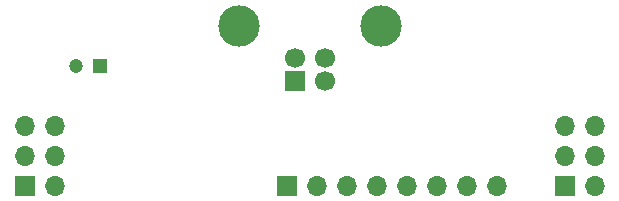
<source format=gbs>
%TF.GenerationSoftware,KiCad,Pcbnew,(5.1.10-0-10_14)*%
%TF.CreationDate,2021-11-02T11:36:45+01:00*%
%TF.ProjectId,USB_power_serial_breakout,5553425f-706f-4776-9572-5f7365726961,rev?*%
%TF.SameCoordinates,Original*%
%TF.FileFunction,Soldermask,Bot*%
%TF.FilePolarity,Negative*%
%FSLAX46Y46*%
G04 Gerber Fmt 4.6, Leading zero omitted, Abs format (unit mm)*
G04 Created by KiCad (PCBNEW (5.1.10-0-10_14)) date 2021-11-02 11:36:45*
%MOMM*%
%LPD*%
G01*
G04 APERTURE LIST*
%ADD10O,1.700000X1.700000*%
%ADD11R,1.700000X1.700000*%
%ADD12C,1.200000*%
%ADD13R,1.200000X1.200000*%
%ADD14C,3.500000*%
%ADD15C,1.700000*%
G04 APERTURE END LIST*
D10*
%TO.C,J4*%
X233045000Y-86360000D03*
X230505000Y-86360000D03*
X227965000Y-86360000D03*
X225425000Y-86360000D03*
X222885000Y-86360000D03*
X220345000Y-86360000D03*
X217805000Y-86360000D03*
D11*
X215265000Y-86360000D03*
%TD*%
D12*
%TO.C,C6*%
X197390000Y-76200000D03*
D13*
X199390000Y-76200000D03*
%TD*%
D14*
%TO.C,J3*%
X223210000Y-72760000D03*
X211170000Y-72760000D03*
D15*
X215940000Y-75470000D03*
X218440000Y-75470000D03*
X218440000Y-77470000D03*
D11*
X215940000Y-77470000D03*
%TD*%
D10*
%TO.C,J2*%
X241300000Y-81280000D03*
X238760000Y-81280000D03*
X241300000Y-83820000D03*
X238760000Y-83820000D03*
X241300000Y-86360000D03*
D11*
X238760000Y-86360000D03*
%TD*%
D10*
%TO.C,J1*%
X195580000Y-81280000D03*
X193040000Y-81280000D03*
X195580000Y-83820000D03*
X193040000Y-83820000D03*
X195580000Y-86360000D03*
D11*
X193040000Y-86360000D03*
%TD*%
M02*

</source>
